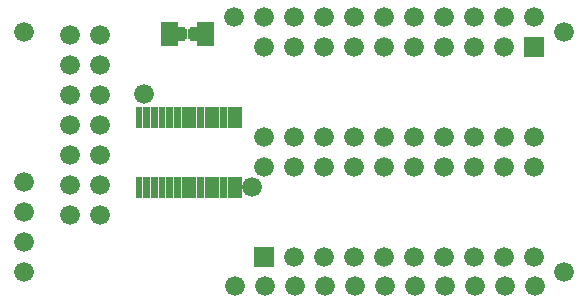
<source format=gbr>
G04 start of page 5 for group -4063 idx -4063 *
G04 Title: (unknown), componentmask *
G04 Creator: pcb 20100929 *
G04 CreationDate: Fri Apr  4 23:49:54 2014 UTC *
G04 For: xpi *
G04 Format: Gerber/RS-274X *
G04 PCB-Dimensions: 200000 100000 *
G04 PCB-Coordinate-Origin: lower left *
%MOIN*%
%FSLAX25Y25*%
%LNFRONTMASK*%
%ADD11C,0.0200*%
%ADD26C,0.0660*%
%ADD27R,0.0230X0.0230*%
%ADD28R,0.0257X0.0257*%
%ADD29R,0.0355X0.0355*%
%ADD30R,0.0572X0.0572*%
G54D26*X160000Y15000D03*
X170000D03*
Y85000D03*
Y55000D03*
X180000Y15000D03*
G54D11*G36*
X176700Y88300D02*Y81700D01*
X183300D01*
Y88300D01*
X176700D01*
G37*
G54D26*X180000Y55000D03*
Y45000D03*
X170000D03*
X160000D03*
Y55000D03*
X120000Y15000D03*
X130000D03*
X140000D03*
X150000D03*
G54D11*G36*
X86700Y18300D02*Y11700D01*
X93300D01*
Y18300D01*
X86700D01*
G37*
G54D26*X100000Y15000D03*
X110000D03*
X150000Y45000D03*
X140000D03*
X130000D03*
X120000D03*
X110000D03*
X100000D03*
X90000D03*
Y55000D03*
X100000D03*
X110000D03*
X160000Y85000D03*
X150000D03*
X140000D03*
X130000D03*
X120000D03*
X110000D03*
X100000D03*
X90000D03*
X120000Y55000D03*
X130000D03*
X140000D03*
X150000D03*
X190000Y10000D03*
Y90000D03*
X180000Y95000D03*
X10000Y90000D03*
Y10000D03*
Y20000D03*
Y30000D03*
Y40000D03*
X25500Y89000D03*
X35500D03*
X25500Y79000D03*
X35500D03*
X25500Y69000D03*
X35500D03*
X50000Y69500D03*
X25500Y59000D03*
Y49000D03*
X35500Y59000D03*
Y49000D03*
X25500Y39000D03*
Y29000D03*
X35500D03*
Y39000D03*
X170000Y95000D03*
X160000D03*
X150000D03*
X140000D03*
X130000D03*
X120000D03*
X110000D03*
X100000D03*
X90000D03*
X80000D03*
X86000Y38500D03*
X180500Y5500D03*
X170500D03*
X160500D03*
X150500D03*
X140500D03*
X130500D03*
X120500D03*
X110500D03*
X100500D03*
X90500D03*
X80500D03*
G54D27*X68838Y40689D02*Y36083D01*
X71397Y40689D02*Y36083D01*
X73956Y40689D02*Y36083D01*
X76515Y40689D02*Y36083D01*
X79074Y40689D02*Y36083D01*
X81633Y40689D02*Y36083D01*
X56044Y40689D02*Y36083D01*
X58603Y40689D02*Y36083D01*
X61162Y40689D02*Y36083D01*
X63721Y40689D02*Y36083D01*
X48367Y40689D02*Y36083D01*
X50926Y40689D02*Y36083D01*
X53485Y40689D02*Y36083D01*
X66279Y40689D02*Y36083D01*
X81633Y63917D02*Y59311D01*
X79074Y63917D02*Y59311D01*
X76515Y63917D02*Y59311D01*
X73956Y63917D02*Y59311D01*
X71397Y63917D02*Y59311D01*
X68838Y63917D02*Y59311D01*
X66279Y63917D02*Y59311D01*
X63721Y63917D02*Y59311D01*
X61162Y63917D02*Y59311D01*
X58603Y63917D02*Y59311D01*
X56044Y63917D02*Y59311D01*
X53485Y63917D02*Y59311D01*
X50926Y63917D02*Y59311D01*
X48367Y63917D02*Y59311D01*
G54D28*X62926Y89893D02*Y89107D01*
G54D29*X61941Y89992D02*Y89008D01*
G54D30*X58595Y90681D02*Y88319D01*
G54D28*X66074Y89893D02*Y89107D01*
G54D29*X67059Y89992D02*Y89008D01*
G54D30*X70405Y90681D02*Y88319D01*
M02*

</source>
